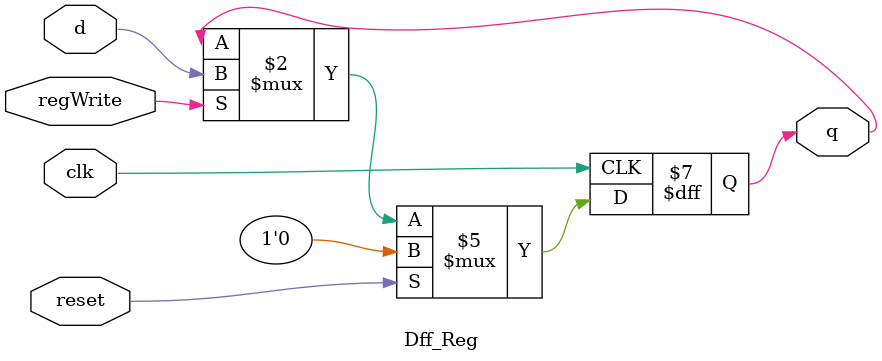
<source format=v>
/*##########################################################################################
Note: Please don’t upload the assignments, template file/solution and lab. manual on GitHub or others public repository. 
Kindly remove them, if you have uploaded the previous assignments. 
It violates the BITS’s Intellectual Property Rights (IPR).
*******************************************************************************************/


//The Dff_Reg will be used for making the pipeline registers

module Dff_Reg(input clk, input reset, input regWrite, input d, output reg q);
    
    //WRITE YOUR CODE HERE, NO NEED TO DEFINE NEW VARIABLES
    always@(posedge clk) 
    begin
        if(reset)
        begin
            q <= 0;
        end
        else if(regWrite)
        begin
            q <= d;
        end
    end
    
endmodule

	 

</source>
